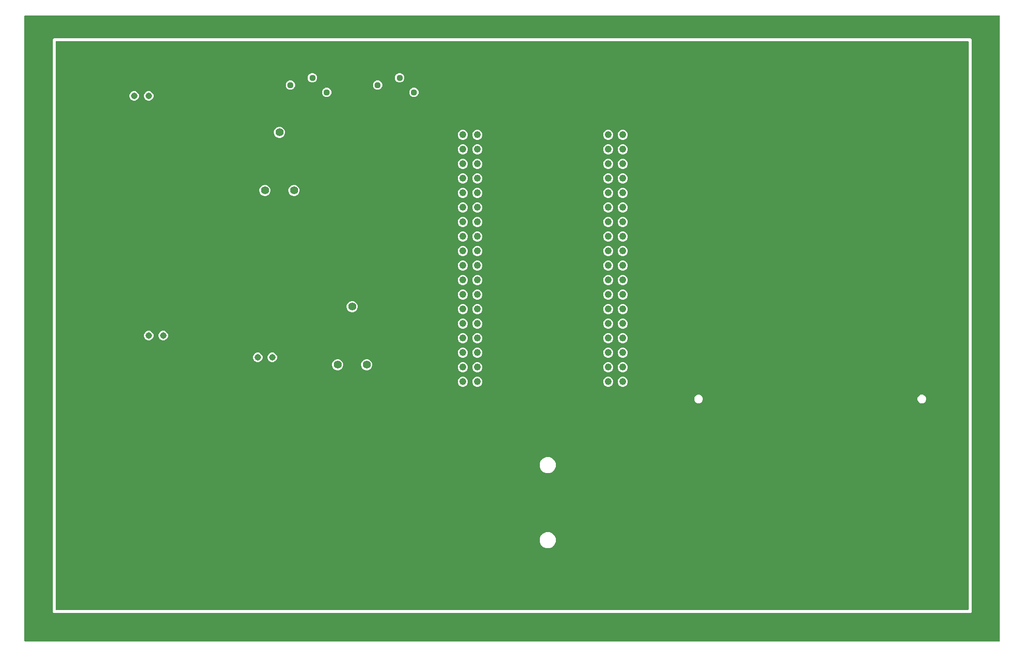
<source format=gbr>
G04 EAGLE Gerber RS-274X export*
G75*
%MOMM*%
%FSLAX34Y34*%
%LPD*%
%INCopper Layer 15*%
%IPPOS*%
%AMOC8*
5,1,8,0,0,1.08239X$1,22.5*%
G01*
%ADD10C,1.137919*%
%ADD11C,1.422400*%
%ADD12C,1.120000*%
%ADD13C,1.244600*%

G36*
X1651118Y-52054D02*
X1651118Y-52054D01*
X1651237Y-52047D01*
X1651275Y-52034D01*
X1651316Y-52029D01*
X1651426Y-51986D01*
X1651539Y-51949D01*
X1651574Y-51927D01*
X1651611Y-51912D01*
X1651707Y-51843D01*
X1651808Y-51779D01*
X1651836Y-51749D01*
X1651869Y-51726D01*
X1651945Y-51634D01*
X1652026Y-51547D01*
X1652046Y-51512D01*
X1652071Y-51481D01*
X1652122Y-51373D01*
X1652180Y-51269D01*
X1652190Y-51229D01*
X1652207Y-51193D01*
X1652229Y-51076D01*
X1652259Y-50961D01*
X1652263Y-50901D01*
X1652267Y-50881D01*
X1652265Y-50860D01*
X1652269Y-50800D01*
X1652269Y1041400D01*
X1652254Y1041518D01*
X1652247Y1041637D01*
X1652234Y1041675D01*
X1652229Y1041716D01*
X1652186Y1041826D01*
X1652149Y1041939D01*
X1652127Y1041974D01*
X1652112Y1042011D01*
X1652043Y1042107D01*
X1651979Y1042208D01*
X1651949Y1042236D01*
X1651926Y1042269D01*
X1651834Y1042345D01*
X1651747Y1042426D01*
X1651712Y1042446D01*
X1651681Y1042471D01*
X1651573Y1042522D01*
X1651469Y1042580D01*
X1651429Y1042590D01*
X1651393Y1042607D01*
X1651276Y1042629D01*
X1651161Y1042659D01*
X1651101Y1042663D01*
X1651081Y1042667D01*
X1651060Y1042665D01*
X1651000Y1042669D01*
X-50800Y1042669D01*
X-50918Y1042654D01*
X-51037Y1042647D01*
X-51075Y1042634D01*
X-51116Y1042629D01*
X-51226Y1042586D01*
X-51339Y1042549D01*
X-51374Y1042527D01*
X-51411Y1042512D01*
X-51507Y1042443D01*
X-51608Y1042379D01*
X-51636Y1042349D01*
X-51669Y1042326D01*
X-51745Y1042234D01*
X-51826Y1042147D01*
X-51846Y1042112D01*
X-51871Y1042081D01*
X-51922Y1041973D01*
X-51980Y1041869D01*
X-51990Y1041829D01*
X-52007Y1041793D01*
X-52029Y1041676D01*
X-52059Y1041561D01*
X-52063Y1041501D01*
X-52067Y1041481D01*
X-52065Y1041460D01*
X-52069Y1041400D01*
X-52069Y-50800D01*
X-52054Y-50918D01*
X-52047Y-51037D01*
X-52034Y-51075D01*
X-52029Y-51116D01*
X-51986Y-51226D01*
X-51949Y-51339D01*
X-51927Y-51374D01*
X-51912Y-51411D01*
X-51843Y-51507D01*
X-51779Y-51608D01*
X-51749Y-51636D01*
X-51726Y-51669D01*
X-51634Y-51745D01*
X-51547Y-51826D01*
X-51512Y-51846D01*
X-51481Y-51871D01*
X-51373Y-51922D01*
X-51269Y-51980D01*
X-51229Y-51990D01*
X-51193Y-52007D01*
X-51076Y-52029D01*
X-50961Y-52059D01*
X-50901Y-52063D01*
X-50881Y-52067D01*
X-50860Y-52065D01*
X-50800Y-52069D01*
X1651000Y-52069D01*
X1651118Y-52054D01*
G37*
%LPC*%
G36*
X-1052Y-2541D02*
X-1052Y-2541D01*
X-2541Y-1052D01*
X-2541Y1001052D01*
X-1052Y1002541D01*
X1601052Y1002541D01*
X1602541Y1001052D01*
X1602541Y-1052D01*
X1601052Y-2541D01*
X-1052Y-2541D01*
G37*
%LPD*%
G36*
X1596308Y2556D02*
X1596308Y2556D01*
X1596427Y2563D01*
X1596465Y2576D01*
X1596506Y2581D01*
X1596616Y2624D01*
X1596729Y2661D01*
X1596764Y2683D01*
X1596801Y2698D01*
X1596897Y2767D01*
X1596998Y2831D01*
X1597026Y2861D01*
X1597059Y2884D01*
X1597135Y2976D01*
X1597216Y3063D01*
X1597236Y3098D01*
X1597261Y3129D01*
X1597312Y3237D01*
X1597370Y3341D01*
X1597380Y3381D01*
X1597397Y3417D01*
X1597419Y3534D01*
X1597449Y3649D01*
X1597453Y3709D01*
X1597457Y3729D01*
X1597455Y3750D01*
X1597459Y3810D01*
X1597459Y996190D01*
X1597444Y996308D01*
X1597437Y996427D01*
X1597424Y996465D01*
X1597419Y996506D01*
X1597376Y996616D01*
X1597339Y996729D01*
X1597317Y996764D01*
X1597302Y996801D01*
X1597233Y996897D01*
X1597169Y996998D01*
X1597139Y997026D01*
X1597116Y997059D01*
X1597024Y997135D01*
X1596937Y997216D01*
X1596902Y997236D01*
X1596871Y997261D01*
X1596763Y997312D01*
X1596659Y997370D01*
X1596619Y997380D01*
X1596583Y997397D01*
X1596466Y997419D01*
X1596351Y997449D01*
X1596291Y997453D01*
X1596271Y997457D01*
X1596250Y997455D01*
X1596190Y997459D01*
X3810Y997459D01*
X3692Y997444D01*
X3573Y997437D01*
X3535Y997424D01*
X3494Y997419D01*
X3384Y997376D01*
X3271Y997339D01*
X3236Y997317D01*
X3199Y997302D01*
X3103Y997233D01*
X3002Y997169D01*
X2974Y997139D01*
X2941Y997116D01*
X2865Y997024D01*
X2784Y996937D01*
X2764Y996902D01*
X2739Y996871D01*
X2688Y996763D01*
X2630Y996659D01*
X2620Y996619D01*
X2603Y996583D01*
X2581Y996466D01*
X2551Y996351D01*
X2547Y996291D01*
X2543Y996271D01*
X2545Y996250D01*
X2541Y996190D01*
X2541Y3810D01*
X2556Y3692D01*
X2563Y3573D01*
X2576Y3535D01*
X2581Y3494D01*
X2624Y3384D01*
X2661Y3271D01*
X2683Y3236D01*
X2698Y3199D01*
X2767Y3103D01*
X2831Y3002D01*
X2861Y2974D01*
X2884Y2941D01*
X2976Y2865D01*
X3063Y2784D01*
X3098Y2764D01*
X3129Y2739D01*
X3237Y2688D01*
X3341Y2630D01*
X3381Y2620D01*
X3417Y2603D01*
X3534Y2581D01*
X3649Y2551D01*
X3709Y2547D01*
X3729Y2543D01*
X3750Y2545D01*
X3810Y2541D01*
X1596190Y2541D01*
X1596308Y2556D01*
G37*
%LPC*%
G36*
X859607Y242159D02*
X859607Y242159D01*
X854447Y244297D01*
X850497Y248247D01*
X848359Y253407D01*
X848359Y258993D01*
X850497Y264153D01*
X854447Y268103D01*
X859607Y270241D01*
X865193Y270241D01*
X870353Y268103D01*
X874303Y264153D01*
X876441Y258993D01*
X876441Y253407D01*
X874303Y248247D01*
X870353Y244297D01*
X865193Y242159D01*
X859607Y242159D01*
G37*
%LPD*%
%LPC*%
G36*
X859607Y110759D02*
X859607Y110759D01*
X854447Y112897D01*
X850497Y116847D01*
X848359Y122007D01*
X848359Y127593D01*
X850497Y132753D01*
X854447Y136703D01*
X859607Y138841D01*
X865193Y138841D01*
X870353Y136703D01*
X874303Y132753D01*
X876441Y127593D01*
X876441Y122007D01*
X874303Y116847D01*
X870353Y112897D01*
X865193Y110759D01*
X859607Y110759D01*
G37*
%LPD*%
%LPC*%
G36*
X391780Y828547D02*
X391780Y828547D01*
X388232Y830017D01*
X385517Y832732D01*
X384047Y836280D01*
X384047Y840120D01*
X385517Y843668D01*
X388232Y846383D01*
X391780Y847853D01*
X395620Y847853D01*
X399168Y846383D01*
X401883Y843668D01*
X403353Y840120D01*
X403353Y836280D01*
X401883Y832732D01*
X399168Y830017D01*
X395620Y828547D01*
X391780Y828547D01*
G37*
%LPD*%
%LPC*%
G36*
X493380Y422147D02*
X493380Y422147D01*
X489832Y423617D01*
X487117Y426332D01*
X485647Y429880D01*
X485647Y433720D01*
X487117Y437268D01*
X489832Y439983D01*
X493380Y441453D01*
X497220Y441453D01*
X500768Y439983D01*
X503483Y437268D01*
X504953Y433720D01*
X504953Y429880D01*
X503483Y426332D01*
X500768Y423617D01*
X497220Y422147D01*
X493380Y422147D01*
G37*
%LPD*%
%LPC*%
G36*
X366380Y726947D02*
X366380Y726947D01*
X362832Y728417D01*
X360117Y731132D01*
X358647Y734680D01*
X358647Y738520D01*
X360117Y742068D01*
X362832Y744783D01*
X366380Y746253D01*
X370220Y746253D01*
X373768Y744783D01*
X376483Y742068D01*
X377953Y738520D01*
X377953Y734680D01*
X376483Y731132D01*
X373768Y728417D01*
X370220Y726947D01*
X366380Y726947D01*
G37*
%LPD*%
%LPC*%
G36*
X417180Y726947D02*
X417180Y726947D01*
X413632Y728417D01*
X410917Y731132D01*
X409447Y734680D01*
X409447Y738520D01*
X410917Y742068D01*
X413632Y744783D01*
X417180Y746253D01*
X421020Y746253D01*
X424568Y744783D01*
X427283Y742068D01*
X428753Y738520D01*
X428753Y734680D01*
X427283Y731132D01*
X424568Y728417D01*
X421020Y726947D01*
X417180Y726947D01*
G37*
%LPD*%
%LPC*%
G36*
X544180Y422147D02*
X544180Y422147D01*
X540632Y423617D01*
X537917Y426332D01*
X536447Y429880D01*
X536447Y433720D01*
X537917Y437268D01*
X540632Y439983D01*
X544180Y441453D01*
X548020Y441453D01*
X551568Y439983D01*
X554283Y437268D01*
X555753Y433720D01*
X555753Y429880D01*
X554283Y426332D01*
X551568Y423617D01*
X548020Y422147D01*
X544180Y422147D01*
G37*
%LPD*%
%LPC*%
G36*
X518780Y523747D02*
X518780Y523747D01*
X515232Y525217D01*
X512517Y527932D01*
X511047Y531480D01*
X511047Y535320D01*
X512517Y538868D01*
X515232Y541583D01*
X518780Y543053D01*
X522620Y543053D01*
X526168Y541583D01*
X528883Y538868D01*
X530353Y535320D01*
X530353Y531480D01*
X528883Y527932D01*
X526168Y525217D01*
X522620Y523747D01*
X518780Y523747D01*
G37*
%LPD*%
%LPC*%
G36*
X991657Y393236D02*
X991657Y393236D01*
X988436Y394570D01*
X985970Y397036D01*
X984636Y400257D01*
X984636Y403743D01*
X985970Y406964D01*
X988436Y409430D01*
X991657Y410764D01*
X995143Y410764D01*
X998364Y409430D01*
X1000830Y406964D01*
X1002164Y403743D01*
X1002164Y400257D01*
X1000830Y397036D01*
X998364Y394570D01*
X995143Y393236D01*
X991657Y393236D01*
G37*
%LPD*%
%LPC*%
G36*
X966257Y393236D02*
X966257Y393236D01*
X963036Y394570D01*
X960570Y397036D01*
X959236Y400257D01*
X959236Y403743D01*
X960570Y406964D01*
X963036Y409430D01*
X966257Y410764D01*
X969743Y410764D01*
X972964Y409430D01*
X975430Y406964D01*
X976764Y403743D01*
X976764Y400257D01*
X975430Y397036D01*
X972964Y394570D01*
X969743Y393236D01*
X966257Y393236D01*
G37*
%LPD*%
%LPC*%
G36*
X737657Y393236D02*
X737657Y393236D01*
X734436Y394570D01*
X731970Y397036D01*
X730636Y400257D01*
X730636Y403743D01*
X731970Y406964D01*
X734436Y409430D01*
X737657Y410764D01*
X741143Y410764D01*
X744364Y409430D01*
X746830Y406964D01*
X748164Y403743D01*
X748164Y400257D01*
X746830Y397036D01*
X744364Y394570D01*
X741143Y393236D01*
X737657Y393236D01*
G37*
%LPD*%
%LPC*%
G36*
X712257Y393236D02*
X712257Y393236D01*
X709036Y394570D01*
X706570Y397036D01*
X705236Y400257D01*
X705236Y403743D01*
X706570Y406964D01*
X709036Y409430D01*
X712257Y410764D01*
X715743Y410764D01*
X718964Y409430D01*
X721430Y406964D01*
X722764Y403743D01*
X722764Y400257D01*
X721430Y397036D01*
X718964Y394570D01*
X715743Y393236D01*
X712257Y393236D01*
G37*
%LPD*%
%LPC*%
G36*
X966257Y825036D02*
X966257Y825036D01*
X963036Y826370D01*
X960570Y828836D01*
X959236Y832057D01*
X959236Y835543D01*
X960570Y838764D01*
X963036Y841230D01*
X966257Y842564D01*
X969743Y842564D01*
X972964Y841230D01*
X975430Y838764D01*
X976764Y835543D01*
X976764Y832057D01*
X975430Y828836D01*
X972964Y826370D01*
X969743Y825036D01*
X966257Y825036D01*
G37*
%LPD*%
%LPC*%
G36*
X737657Y825036D02*
X737657Y825036D01*
X734436Y826370D01*
X731970Y828836D01*
X730636Y832057D01*
X730636Y835543D01*
X731970Y838764D01*
X734436Y841230D01*
X737657Y842564D01*
X741143Y842564D01*
X744364Y841230D01*
X746830Y838764D01*
X748164Y835543D01*
X748164Y832057D01*
X746830Y828836D01*
X744364Y826370D01*
X741143Y825036D01*
X737657Y825036D01*
G37*
%LPD*%
%LPC*%
G36*
X712257Y825036D02*
X712257Y825036D01*
X709036Y826370D01*
X706570Y828836D01*
X705236Y832057D01*
X705236Y835543D01*
X706570Y838764D01*
X709036Y841230D01*
X712257Y842564D01*
X715743Y842564D01*
X718964Y841230D01*
X721430Y838764D01*
X722764Y835543D01*
X722764Y832057D01*
X721430Y828836D01*
X718964Y826370D01*
X715743Y825036D01*
X712257Y825036D01*
G37*
%LPD*%
%LPC*%
G36*
X991657Y799636D02*
X991657Y799636D01*
X988436Y800970D01*
X985970Y803436D01*
X984636Y806657D01*
X984636Y810143D01*
X985970Y813364D01*
X988436Y815830D01*
X991657Y817164D01*
X995143Y817164D01*
X998364Y815830D01*
X1000830Y813364D01*
X1002164Y810143D01*
X1002164Y806657D01*
X1000830Y803436D01*
X998364Y800970D01*
X995143Y799636D01*
X991657Y799636D01*
G37*
%LPD*%
%LPC*%
G36*
X966257Y799636D02*
X966257Y799636D01*
X963036Y800970D01*
X960570Y803436D01*
X959236Y806657D01*
X959236Y810143D01*
X960570Y813364D01*
X963036Y815830D01*
X966257Y817164D01*
X969743Y817164D01*
X972964Y815830D01*
X975430Y813364D01*
X976764Y810143D01*
X976764Y806657D01*
X975430Y803436D01*
X972964Y800970D01*
X969743Y799636D01*
X966257Y799636D01*
G37*
%LPD*%
%LPC*%
G36*
X737657Y799636D02*
X737657Y799636D01*
X734436Y800970D01*
X731970Y803436D01*
X730636Y806657D01*
X730636Y810143D01*
X731970Y813364D01*
X734436Y815830D01*
X737657Y817164D01*
X741143Y817164D01*
X744364Y815830D01*
X746830Y813364D01*
X748164Y810143D01*
X748164Y806657D01*
X746830Y803436D01*
X744364Y800970D01*
X741143Y799636D01*
X737657Y799636D01*
G37*
%LPD*%
%LPC*%
G36*
X712257Y799636D02*
X712257Y799636D01*
X709036Y800970D01*
X706570Y803436D01*
X705236Y806657D01*
X705236Y810143D01*
X706570Y813364D01*
X709036Y815830D01*
X712257Y817164D01*
X715743Y817164D01*
X718964Y815830D01*
X721430Y813364D01*
X722764Y810143D01*
X722764Y806657D01*
X721430Y803436D01*
X718964Y800970D01*
X715743Y799636D01*
X712257Y799636D01*
G37*
%LPD*%
%LPC*%
G36*
X991657Y774236D02*
X991657Y774236D01*
X988436Y775570D01*
X985970Y778036D01*
X984636Y781257D01*
X984636Y784743D01*
X985970Y787964D01*
X988436Y790430D01*
X991657Y791764D01*
X995143Y791764D01*
X998364Y790430D01*
X1000830Y787964D01*
X1002164Y784743D01*
X1002164Y781257D01*
X1000830Y778036D01*
X998364Y775570D01*
X995143Y774236D01*
X991657Y774236D01*
G37*
%LPD*%
%LPC*%
G36*
X966257Y774236D02*
X966257Y774236D01*
X963036Y775570D01*
X960570Y778036D01*
X959236Y781257D01*
X959236Y784743D01*
X960570Y787964D01*
X963036Y790430D01*
X966257Y791764D01*
X969743Y791764D01*
X972964Y790430D01*
X975430Y787964D01*
X976764Y784743D01*
X976764Y781257D01*
X975430Y778036D01*
X972964Y775570D01*
X969743Y774236D01*
X966257Y774236D01*
G37*
%LPD*%
%LPC*%
G36*
X737657Y774236D02*
X737657Y774236D01*
X734436Y775570D01*
X731970Y778036D01*
X730636Y781257D01*
X730636Y784743D01*
X731970Y787964D01*
X734436Y790430D01*
X737657Y791764D01*
X741143Y791764D01*
X744364Y790430D01*
X746830Y787964D01*
X748164Y784743D01*
X748164Y781257D01*
X746830Y778036D01*
X744364Y775570D01*
X741143Y774236D01*
X737657Y774236D01*
G37*
%LPD*%
%LPC*%
G36*
X712257Y774236D02*
X712257Y774236D01*
X709036Y775570D01*
X706570Y778036D01*
X705236Y781257D01*
X705236Y784743D01*
X706570Y787964D01*
X709036Y790430D01*
X712257Y791764D01*
X715743Y791764D01*
X718964Y790430D01*
X721430Y787964D01*
X722764Y784743D01*
X722764Y781257D01*
X721430Y778036D01*
X718964Y775570D01*
X715743Y774236D01*
X712257Y774236D01*
G37*
%LPD*%
%LPC*%
G36*
X991657Y748836D02*
X991657Y748836D01*
X988436Y750170D01*
X985970Y752636D01*
X984636Y755857D01*
X984636Y759343D01*
X985970Y762564D01*
X988436Y765030D01*
X991657Y766364D01*
X995143Y766364D01*
X998364Y765030D01*
X1000830Y762564D01*
X1002164Y759343D01*
X1002164Y755857D01*
X1000830Y752636D01*
X998364Y750170D01*
X995143Y748836D01*
X991657Y748836D01*
G37*
%LPD*%
%LPC*%
G36*
X966257Y748836D02*
X966257Y748836D01*
X963036Y750170D01*
X960570Y752636D01*
X959236Y755857D01*
X959236Y759343D01*
X960570Y762564D01*
X963036Y765030D01*
X966257Y766364D01*
X969743Y766364D01*
X972964Y765030D01*
X975430Y762564D01*
X976764Y759343D01*
X976764Y755857D01*
X975430Y752636D01*
X972964Y750170D01*
X969743Y748836D01*
X966257Y748836D01*
G37*
%LPD*%
%LPC*%
G36*
X737657Y748836D02*
X737657Y748836D01*
X734436Y750170D01*
X731970Y752636D01*
X730636Y755857D01*
X730636Y759343D01*
X731970Y762564D01*
X734436Y765030D01*
X737657Y766364D01*
X741143Y766364D01*
X744364Y765030D01*
X746830Y762564D01*
X748164Y759343D01*
X748164Y755857D01*
X746830Y752636D01*
X744364Y750170D01*
X741143Y748836D01*
X737657Y748836D01*
G37*
%LPD*%
%LPC*%
G36*
X712257Y748836D02*
X712257Y748836D01*
X709036Y750170D01*
X706570Y752636D01*
X705236Y755857D01*
X705236Y759343D01*
X706570Y762564D01*
X709036Y765030D01*
X712257Y766364D01*
X715743Y766364D01*
X718964Y765030D01*
X721430Y762564D01*
X722764Y759343D01*
X722764Y755857D01*
X721430Y752636D01*
X718964Y750170D01*
X715743Y748836D01*
X712257Y748836D01*
G37*
%LPD*%
%LPC*%
G36*
X991657Y723436D02*
X991657Y723436D01*
X988436Y724770D01*
X985970Y727236D01*
X984636Y730457D01*
X984636Y733943D01*
X985970Y737164D01*
X988436Y739630D01*
X991657Y740964D01*
X995143Y740964D01*
X998364Y739630D01*
X1000830Y737164D01*
X1002164Y733943D01*
X1002164Y730457D01*
X1000830Y727236D01*
X998364Y724770D01*
X995143Y723436D01*
X991657Y723436D01*
G37*
%LPD*%
%LPC*%
G36*
X966257Y723436D02*
X966257Y723436D01*
X963036Y724770D01*
X960570Y727236D01*
X959236Y730457D01*
X959236Y733943D01*
X960570Y737164D01*
X963036Y739630D01*
X966257Y740964D01*
X969743Y740964D01*
X972964Y739630D01*
X975430Y737164D01*
X976764Y733943D01*
X976764Y730457D01*
X975430Y727236D01*
X972964Y724770D01*
X969743Y723436D01*
X966257Y723436D01*
G37*
%LPD*%
%LPC*%
G36*
X737657Y723436D02*
X737657Y723436D01*
X734436Y724770D01*
X731970Y727236D01*
X730636Y730457D01*
X730636Y733943D01*
X731970Y737164D01*
X734436Y739630D01*
X737657Y740964D01*
X741143Y740964D01*
X744364Y739630D01*
X746830Y737164D01*
X748164Y733943D01*
X748164Y730457D01*
X746830Y727236D01*
X744364Y724770D01*
X741143Y723436D01*
X737657Y723436D01*
G37*
%LPD*%
%LPC*%
G36*
X712257Y723436D02*
X712257Y723436D01*
X709036Y724770D01*
X706570Y727236D01*
X705236Y730457D01*
X705236Y733943D01*
X706570Y737164D01*
X709036Y739630D01*
X712257Y740964D01*
X715743Y740964D01*
X718964Y739630D01*
X721430Y737164D01*
X722764Y733943D01*
X722764Y730457D01*
X721430Y727236D01*
X718964Y724770D01*
X715743Y723436D01*
X712257Y723436D01*
G37*
%LPD*%
%LPC*%
G36*
X991657Y698036D02*
X991657Y698036D01*
X988436Y699370D01*
X985970Y701836D01*
X984636Y705057D01*
X984636Y708543D01*
X985970Y711764D01*
X988436Y714230D01*
X991657Y715564D01*
X995143Y715564D01*
X998364Y714230D01*
X1000830Y711764D01*
X1002164Y708543D01*
X1002164Y705057D01*
X1000830Y701836D01*
X998364Y699370D01*
X995143Y698036D01*
X991657Y698036D01*
G37*
%LPD*%
%LPC*%
G36*
X966257Y698036D02*
X966257Y698036D01*
X963036Y699370D01*
X960570Y701836D01*
X959236Y705057D01*
X959236Y708543D01*
X960570Y711764D01*
X963036Y714230D01*
X966257Y715564D01*
X969743Y715564D01*
X972964Y714230D01*
X975430Y711764D01*
X976764Y708543D01*
X976764Y705057D01*
X975430Y701836D01*
X972964Y699370D01*
X969743Y698036D01*
X966257Y698036D01*
G37*
%LPD*%
%LPC*%
G36*
X737657Y698036D02*
X737657Y698036D01*
X734436Y699370D01*
X731970Y701836D01*
X730636Y705057D01*
X730636Y708543D01*
X731970Y711764D01*
X734436Y714230D01*
X737657Y715564D01*
X741143Y715564D01*
X744364Y714230D01*
X746830Y711764D01*
X748164Y708543D01*
X748164Y705057D01*
X746830Y701836D01*
X744364Y699370D01*
X741143Y698036D01*
X737657Y698036D01*
G37*
%LPD*%
%LPC*%
G36*
X712257Y698036D02*
X712257Y698036D01*
X709036Y699370D01*
X706570Y701836D01*
X705236Y705057D01*
X705236Y708543D01*
X706570Y711764D01*
X709036Y714230D01*
X712257Y715564D01*
X715743Y715564D01*
X718964Y714230D01*
X721430Y711764D01*
X722764Y708543D01*
X722764Y705057D01*
X721430Y701836D01*
X718964Y699370D01*
X715743Y698036D01*
X712257Y698036D01*
G37*
%LPD*%
%LPC*%
G36*
X991657Y672636D02*
X991657Y672636D01*
X988436Y673970D01*
X985970Y676436D01*
X984636Y679657D01*
X984636Y683143D01*
X985970Y686364D01*
X988436Y688830D01*
X991657Y690164D01*
X995143Y690164D01*
X998364Y688830D01*
X1000830Y686364D01*
X1002164Y683143D01*
X1002164Y679657D01*
X1000830Y676436D01*
X998364Y673970D01*
X995143Y672636D01*
X991657Y672636D01*
G37*
%LPD*%
%LPC*%
G36*
X966257Y672636D02*
X966257Y672636D01*
X963036Y673970D01*
X960570Y676436D01*
X959236Y679657D01*
X959236Y683143D01*
X960570Y686364D01*
X963036Y688830D01*
X966257Y690164D01*
X969743Y690164D01*
X972964Y688830D01*
X975430Y686364D01*
X976764Y683143D01*
X976764Y679657D01*
X975430Y676436D01*
X972964Y673970D01*
X969743Y672636D01*
X966257Y672636D01*
G37*
%LPD*%
%LPC*%
G36*
X737657Y672636D02*
X737657Y672636D01*
X734436Y673970D01*
X731970Y676436D01*
X730636Y679657D01*
X730636Y683143D01*
X731970Y686364D01*
X734436Y688830D01*
X737657Y690164D01*
X741143Y690164D01*
X744364Y688830D01*
X746830Y686364D01*
X748164Y683143D01*
X748164Y679657D01*
X746830Y676436D01*
X744364Y673970D01*
X741143Y672636D01*
X737657Y672636D01*
G37*
%LPD*%
%LPC*%
G36*
X712257Y672636D02*
X712257Y672636D01*
X709036Y673970D01*
X706570Y676436D01*
X705236Y679657D01*
X705236Y683143D01*
X706570Y686364D01*
X709036Y688830D01*
X712257Y690164D01*
X715743Y690164D01*
X718964Y688830D01*
X721430Y686364D01*
X722764Y683143D01*
X722764Y679657D01*
X721430Y676436D01*
X718964Y673970D01*
X715743Y672636D01*
X712257Y672636D01*
G37*
%LPD*%
%LPC*%
G36*
X991657Y647236D02*
X991657Y647236D01*
X988436Y648570D01*
X985970Y651036D01*
X984636Y654257D01*
X984636Y657743D01*
X985970Y660964D01*
X988436Y663430D01*
X991657Y664764D01*
X995143Y664764D01*
X998364Y663430D01*
X1000830Y660964D01*
X1002164Y657743D01*
X1002164Y654257D01*
X1000830Y651036D01*
X998364Y648570D01*
X995143Y647236D01*
X991657Y647236D01*
G37*
%LPD*%
%LPC*%
G36*
X966257Y647236D02*
X966257Y647236D01*
X963036Y648570D01*
X960570Y651036D01*
X959236Y654257D01*
X959236Y657743D01*
X960570Y660964D01*
X963036Y663430D01*
X966257Y664764D01*
X969743Y664764D01*
X972964Y663430D01*
X975430Y660964D01*
X976764Y657743D01*
X976764Y654257D01*
X975430Y651036D01*
X972964Y648570D01*
X969743Y647236D01*
X966257Y647236D01*
G37*
%LPD*%
%LPC*%
G36*
X737657Y647236D02*
X737657Y647236D01*
X734436Y648570D01*
X731970Y651036D01*
X730636Y654257D01*
X730636Y657743D01*
X731970Y660964D01*
X734436Y663430D01*
X737657Y664764D01*
X741143Y664764D01*
X744364Y663430D01*
X746830Y660964D01*
X748164Y657743D01*
X748164Y654257D01*
X746830Y651036D01*
X744364Y648570D01*
X741143Y647236D01*
X737657Y647236D01*
G37*
%LPD*%
%LPC*%
G36*
X712257Y647236D02*
X712257Y647236D01*
X709036Y648570D01*
X706570Y651036D01*
X705236Y654257D01*
X705236Y657743D01*
X706570Y660964D01*
X709036Y663430D01*
X712257Y664764D01*
X715743Y664764D01*
X718964Y663430D01*
X721430Y660964D01*
X722764Y657743D01*
X722764Y654257D01*
X721430Y651036D01*
X718964Y648570D01*
X715743Y647236D01*
X712257Y647236D01*
G37*
%LPD*%
%LPC*%
G36*
X991657Y621836D02*
X991657Y621836D01*
X988436Y623170D01*
X985970Y625636D01*
X984636Y628857D01*
X984636Y632343D01*
X985970Y635564D01*
X988436Y638030D01*
X991657Y639364D01*
X995143Y639364D01*
X998364Y638030D01*
X1000830Y635564D01*
X1002164Y632343D01*
X1002164Y628857D01*
X1000830Y625636D01*
X998364Y623170D01*
X995143Y621836D01*
X991657Y621836D01*
G37*
%LPD*%
%LPC*%
G36*
X966257Y621836D02*
X966257Y621836D01*
X963036Y623170D01*
X960570Y625636D01*
X959236Y628857D01*
X959236Y632343D01*
X960570Y635564D01*
X963036Y638030D01*
X966257Y639364D01*
X969743Y639364D01*
X972964Y638030D01*
X975430Y635564D01*
X976764Y632343D01*
X976764Y628857D01*
X975430Y625636D01*
X972964Y623170D01*
X969743Y621836D01*
X966257Y621836D01*
G37*
%LPD*%
%LPC*%
G36*
X991657Y825036D02*
X991657Y825036D01*
X988436Y826370D01*
X985970Y828836D01*
X984636Y832057D01*
X984636Y835543D01*
X985970Y838764D01*
X988436Y841230D01*
X991657Y842564D01*
X995143Y842564D01*
X998364Y841230D01*
X1000830Y838764D01*
X1002164Y835543D01*
X1002164Y832057D01*
X1000830Y828836D01*
X998364Y826370D01*
X995143Y825036D01*
X991657Y825036D01*
G37*
%LPD*%
%LPC*%
G36*
X712257Y621836D02*
X712257Y621836D01*
X709036Y623170D01*
X706570Y625636D01*
X705236Y628857D01*
X705236Y632343D01*
X706570Y635564D01*
X709036Y638030D01*
X712257Y639364D01*
X715743Y639364D01*
X718964Y638030D01*
X721430Y635564D01*
X722764Y632343D01*
X722764Y628857D01*
X721430Y625636D01*
X718964Y623170D01*
X715743Y621836D01*
X712257Y621836D01*
G37*
%LPD*%
%LPC*%
G36*
X991657Y596436D02*
X991657Y596436D01*
X988436Y597770D01*
X985970Y600236D01*
X984636Y603457D01*
X984636Y606943D01*
X985970Y610164D01*
X988436Y612630D01*
X991657Y613964D01*
X995143Y613964D01*
X998364Y612630D01*
X1000830Y610164D01*
X1002164Y606943D01*
X1002164Y603457D01*
X1000830Y600236D01*
X998364Y597770D01*
X995143Y596436D01*
X991657Y596436D01*
G37*
%LPD*%
%LPC*%
G36*
X966257Y596436D02*
X966257Y596436D01*
X963036Y597770D01*
X960570Y600236D01*
X959236Y603457D01*
X959236Y606943D01*
X960570Y610164D01*
X963036Y612630D01*
X966257Y613964D01*
X969743Y613964D01*
X972964Y612630D01*
X975430Y610164D01*
X976764Y606943D01*
X976764Y603457D01*
X975430Y600236D01*
X972964Y597770D01*
X969743Y596436D01*
X966257Y596436D01*
G37*
%LPD*%
%LPC*%
G36*
X737657Y596436D02*
X737657Y596436D01*
X734436Y597770D01*
X731970Y600236D01*
X730636Y603457D01*
X730636Y606943D01*
X731970Y610164D01*
X734436Y612630D01*
X737657Y613964D01*
X741143Y613964D01*
X744364Y612630D01*
X746830Y610164D01*
X748164Y606943D01*
X748164Y603457D01*
X746830Y600236D01*
X744364Y597770D01*
X741143Y596436D01*
X737657Y596436D01*
G37*
%LPD*%
%LPC*%
G36*
X712257Y596436D02*
X712257Y596436D01*
X709036Y597770D01*
X706570Y600236D01*
X705236Y603457D01*
X705236Y606943D01*
X706570Y610164D01*
X709036Y612630D01*
X712257Y613964D01*
X715743Y613964D01*
X718964Y612630D01*
X721430Y610164D01*
X722764Y606943D01*
X722764Y603457D01*
X721430Y600236D01*
X718964Y597770D01*
X715743Y596436D01*
X712257Y596436D01*
G37*
%LPD*%
%LPC*%
G36*
X991657Y571036D02*
X991657Y571036D01*
X988436Y572370D01*
X985970Y574836D01*
X984636Y578057D01*
X984636Y581543D01*
X985970Y584764D01*
X988436Y587230D01*
X991657Y588564D01*
X995143Y588564D01*
X998364Y587230D01*
X1000830Y584764D01*
X1002164Y581543D01*
X1002164Y578057D01*
X1000830Y574836D01*
X998364Y572370D01*
X995143Y571036D01*
X991657Y571036D01*
G37*
%LPD*%
%LPC*%
G36*
X966257Y571036D02*
X966257Y571036D01*
X963036Y572370D01*
X960570Y574836D01*
X959236Y578057D01*
X959236Y581543D01*
X960570Y584764D01*
X963036Y587230D01*
X966257Y588564D01*
X969743Y588564D01*
X972964Y587230D01*
X975430Y584764D01*
X976764Y581543D01*
X976764Y578057D01*
X975430Y574836D01*
X972964Y572370D01*
X969743Y571036D01*
X966257Y571036D01*
G37*
%LPD*%
%LPC*%
G36*
X737657Y571036D02*
X737657Y571036D01*
X734436Y572370D01*
X731970Y574836D01*
X730636Y578057D01*
X730636Y581543D01*
X731970Y584764D01*
X734436Y587230D01*
X737657Y588564D01*
X741143Y588564D01*
X744364Y587230D01*
X746830Y584764D01*
X748164Y581543D01*
X748164Y578057D01*
X746830Y574836D01*
X744364Y572370D01*
X741143Y571036D01*
X737657Y571036D01*
G37*
%LPD*%
%LPC*%
G36*
X712257Y571036D02*
X712257Y571036D01*
X709036Y572370D01*
X706570Y574836D01*
X705236Y578057D01*
X705236Y581543D01*
X706570Y584764D01*
X709036Y587230D01*
X712257Y588564D01*
X715743Y588564D01*
X718964Y587230D01*
X721430Y584764D01*
X722764Y581543D01*
X722764Y578057D01*
X721430Y574836D01*
X718964Y572370D01*
X715743Y571036D01*
X712257Y571036D01*
G37*
%LPD*%
%LPC*%
G36*
X966257Y545636D02*
X966257Y545636D01*
X963036Y546970D01*
X960570Y549436D01*
X959236Y552657D01*
X959236Y556143D01*
X960570Y559364D01*
X963036Y561830D01*
X966257Y563164D01*
X969743Y563164D01*
X972964Y561830D01*
X975430Y559364D01*
X976764Y556143D01*
X976764Y552657D01*
X975430Y549436D01*
X972964Y546970D01*
X969743Y545636D01*
X966257Y545636D01*
G37*
%LPD*%
%LPC*%
G36*
X737657Y545636D02*
X737657Y545636D01*
X734436Y546970D01*
X731970Y549436D01*
X730636Y552657D01*
X730636Y556143D01*
X731970Y559364D01*
X734436Y561830D01*
X737657Y563164D01*
X741143Y563164D01*
X744364Y561830D01*
X746830Y559364D01*
X748164Y556143D01*
X748164Y552657D01*
X746830Y549436D01*
X744364Y546970D01*
X741143Y545636D01*
X737657Y545636D01*
G37*
%LPD*%
%LPC*%
G36*
X991657Y545636D02*
X991657Y545636D01*
X988436Y546970D01*
X985970Y549436D01*
X984636Y552657D01*
X984636Y556143D01*
X985970Y559364D01*
X988436Y561830D01*
X991657Y563164D01*
X995143Y563164D01*
X998364Y561830D01*
X1000830Y559364D01*
X1002164Y556143D01*
X1002164Y552657D01*
X1000830Y549436D01*
X998364Y546970D01*
X995143Y545636D01*
X991657Y545636D01*
G37*
%LPD*%
%LPC*%
G36*
X712257Y545636D02*
X712257Y545636D01*
X709036Y546970D01*
X706570Y549436D01*
X705236Y552657D01*
X705236Y556143D01*
X706570Y559364D01*
X709036Y561830D01*
X712257Y563164D01*
X715743Y563164D01*
X718964Y561830D01*
X721430Y559364D01*
X722764Y556143D01*
X722764Y552657D01*
X721430Y549436D01*
X718964Y546970D01*
X715743Y545636D01*
X712257Y545636D01*
G37*
%LPD*%
%LPC*%
G36*
X991657Y520236D02*
X991657Y520236D01*
X988436Y521570D01*
X985970Y524036D01*
X984636Y527257D01*
X984636Y530743D01*
X985970Y533964D01*
X988436Y536430D01*
X991657Y537764D01*
X995143Y537764D01*
X998364Y536430D01*
X1000830Y533964D01*
X1002164Y530743D01*
X1002164Y527257D01*
X1000830Y524036D01*
X998364Y521570D01*
X995143Y520236D01*
X991657Y520236D01*
G37*
%LPD*%
%LPC*%
G36*
X966257Y520236D02*
X966257Y520236D01*
X963036Y521570D01*
X960570Y524036D01*
X959236Y527257D01*
X959236Y530743D01*
X960570Y533964D01*
X963036Y536430D01*
X966257Y537764D01*
X969743Y537764D01*
X972964Y536430D01*
X975430Y533964D01*
X976764Y530743D01*
X976764Y527257D01*
X975430Y524036D01*
X972964Y521570D01*
X969743Y520236D01*
X966257Y520236D01*
G37*
%LPD*%
%LPC*%
G36*
X737657Y520236D02*
X737657Y520236D01*
X734436Y521570D01*
X731970Y524036D01*
X730636Y527257D01*
X730636Y530743D01*
X731970Y533964D01*
X734436Y536430D01*
X737657Y537764D01*
X741143Y537764D01*
X744364Y536430D01*
X746830Y533964D01*
X748164Y530743D01*
X748164Y527257D01*
X746830Y524036D01*
X744364Y521570D01*
X741143Y520236D01*
X737657Y520236D01*
G37*
%LPD*%
%LPC*%
G36*
X712257Y520236D02*
X712257Y520236D01*
X709036Y521570D01*
X706570Y524036D01*
X705236Y527257D01*
X705236Y530743D01*
X706570Y533964D01*
X709036Y536430D01*
X712257Y537764D01*
X715743Y537764D01*
X718964Y536430D01*
X721430Y533964D01*
X722764Y530743D01*
X722764Y527257D01*
X721430Y524036D01*
X718964Y521570D01*
X715743Y520236D01*
X712257Y520236D01*
G37*
%LPD*%
%LPC*%
G36*
X991657Y494836D02*
X991657Y494836D01*
X988436Y496170D01*
X985970Y498636D01*
X984636Y501857D01*
X984636Y505343D01*
X985970Y508564D01*
X988436Y511030D01*
X991657Y512364D01*
X995143Y512364D01*
X998364Y511030D01*
X1000830Y508564D01*
X1002164Y505343D01*
X1002164Y501857D01*
X1000830Y498636D01*
X998364Y496170D01*
X995143Y494836D01*
X991657Y494836D01*
G37*
%LPD*%
%LPC*%
G36*
X966257Y494836D02*
X966257Y494836D01*
X963036Y496170D01*
X960570Y498636D01*
X959236Y501857D01*
X959236Y505343D01*
X960570Y508564D01*
X963036Y511030D01*
X966257Y512364D01*
X969743Y512364D01*
X972964Y511030D01*
X975430Y508564D01*
X976764Y505343D01*
X976764Y501857D01*
X975430Y498636D01*
X972964Y496170D01*
X969743Y494836D01*
X966257Y494836D01*
G37*
%LPD*%
%LPC*%
G36*
X737657Y494836D02*
X737657Y494836D01*
X734436Y496170D01*
X731970Y498636D01*
X730636Y501857D01*
X730636Y505343D01*
X731970Y508564D01*
X734436Y511030D01*
X737657Y512364D01*
X741143Y512364D01*
X744364Y511030D01*
X746830Y508564D01*
X748164Y505343D01*
X748164Y501857D01*
X746830Y498636D01*
X744364Y496170D01*
X741143Y494836D01*
X737657Y494836D01*
G37*
%LPD*%
%LPC*%
G36*
X712257Y494836D02*
X712257Y494836D01*
X709036Y496170D01*
X706570Y498636D01*
X705236Y501857D01*
X705236Y505343D01*
X706570Y508564D01*
X709036Y511030D01*
X712257Y512364D01*
X715743Y512364D01*
X718964Y511030D01*
X721430Y508564D01*
X722764Y505343D01*
X722764Y501857D01*
X721430Y498636D01*
X718964Y496170D01*
X715743Y494836D01*
X712257Y494836D01*
G37*
%LPD*%
%LPC*%
G36*
X991657Y469436D02*
X991657Y469436D01*
X988436Y470770D01*
X985970Y473236D01*
X984636Y476457D01*
X984636Y479943D01*
X985970Y483164D01*
X988436Y485630D01*
X991657Y486964D01*
X995143Y486964D01*
X998364Y485630D01*
X1000830Y483164D01*
X1002164Y479943D01*
X1002164Y476457D01*
X1000830Y473236D01*
X998364Y470770D01*
X995143Y469436D01*
X991657Y469436D01*
G37*
%LPD*%
%LPC*%
G36*
X966257Y469436D02*
X966257Y469436D01*
X963036Y470770D01*
X960570Y473236D01*
X959236Y476457D01*
X959236Y479943D01*
X960570Y483164D01*
X963036Y485630D01*
X966257Y486964D01*
X969743Y486964D01*
X972964Y485630D01*
X975430Y483164D01*
X976764Y479943D01*
X976764Y476457D01*
X975430Y473236D01*
X972964Y470770D01*
X969743Y469436D01*
X966257Y469436D01*
G37*
%LPD*%
%LPC*%
G36*
X737657Y469436D02*
X737657Y469436D01*
X734436Y470770D01*
X731970Y473236D01*
X730636Y476457D01*
X730636Y479943D01*
X731970Y483164D01*
X734436Y485630D01*
X737657Y486964D01*
X741143Y486964D01*
X744364Y485630D01*
X746830Y483164D01*
X748164Y479943D01*
X748164Y476457D01*
X746830Y473236D01*
X744364Y470770D01*
X741143Y469436D01*
X737657Y469436D01*
G37*
%LPD*%
%LPC*%
G36*
X712257Y469436D02*
X712257Y469436D01*
X709036Y470770D01*
X706570Y473236D01*
X705236Y476457D01*
X705236Y479943D01*
X706570Y483164D01*
X709036Y485630D01*
X712257Y486964D01*
X715743Y486964D01*
X718964Y485630D01*
X721430Y483164D01*
X722764Y479943D01*
X722764Y476457D01*
X721430Y473236D01*
X718964Y470770D01*
X715743Y469436D01*
X712257Y469436D01*
G37*
%LPD*%
%LPC*%
G36*
X991657Y444036D02*
X991657Y444036D01*
X988436Y445370D01*
X985970Y447836D01*
X984636Y451057D01*
X984636Y454543D01*
X985970Y457764D01*
X988436Y460230D01*
X991657Y461564D01*
X995143Y461564D01*
X998364Y460230D01*
X1000830Y457764D01*
X1002164Y454543D01*
X1002164Y451057D01*
X1000830Y447836D01*
X998364Y445370D01*
X995143Y444036D01*
X991657Y444036D01*
G37*
%LPD*%
%LPC*%
G36*
X966257Y444036D02*
X966257Y444036D01*
X963036Y445370D01*
X960570Y447836D01*
X959236Y451057D01*
X959236Y454543D01*
X960570Y457764D01*
X963036Y460230D01*
X966257Y461564D01*
X969743Y461564D01*
X972964Y460230D01*
X975430Y457764D01*
X976764Y454543D01*
X976764Y451057D01*
X975430Y447836D01*
X972964Y445370D01*
X969743Y444036D01*
X966257Y444036D01*
G37*
%LPD*%
%LPC*%
G36*
X737657Y444036D02*
X737657Y444036D01*
X734436Y445370D01*
X731970Y447836D01*
X730636Y451057D01*
X730636Y454543D01*
X731970Y457764D01*
X734436Y460230D01*
X737657Y461564D01*
X741143Y461564D01*
X744364Y460230D01*
X746830Y457764D01*
X748164Y454543D01*
X748164Y451057D01*
X746830Y447836D01*
X744364Y445370D01*
X741143Y444036D01*
X737657Y444036D01*
G37*
%LPD*%
%LPC*%
G36*
X712257Y444036D02*
X712257Y444036D01*
X709036Y445370D01*
X706570Y447836D01*
X705236Y451057D01*
X705236Y454543D01*
X706570Y457764D01*
X709036Y460230D01*
X712257Y461564D01*
X715743Y461564D01*
X718964Y460230D01*
X721430Y457764D01*
X722764Y454543D01*
X722764Y451057D01*
X721430Y447836D01*
X718964Y445370D01*
X715743Y444036D01*
X712257Y444036D01*
G37*
%LPD*%
%LPC*%
G36*
X737657Y621836D02*
X737657Y621836D01*
X734436Y623170D01*
X731970Y625636D01*
X730636Y628857D01*
X730636Y632343D01*
X731970Y635564D01*
X734436Y638030D01*
X737657Y639364D01*
X741143Y639364D01*
X744364Y638030D01*
X746830Y635564D01*
X748164Y632343D01*
X748164Y628857D01*
X746830Y625636D01*
X744364Y623170D01*
X741143Y621836D01*
X737657Y621836D01*
G37*
%LPD*%
%LPC*%
G36*
X991657Y418636D02*
X991657Y418636D01*
X988436Y419970D01*
X985970Y422436D01*
X984636Y425657D01*
X984636Y429143D01*
X985970Y432364D01*
X988436Y434830D01*
X991657Y436164D01*
X995143Y436164D01*
X998364Y434830D01*
X1000830Y432364D01*
X1002164Y429143D01*
X1002164Y425657D01*
X1000830Y422436D01*
X998364Y419970D01*
X995143Y418636D01*
X991657Y418636D01*
G37*
%LPD*%
%LPC*%
G36*
X966257Y418636D02*
X966257Y418636D01*
X963036Y419970D01*
X960570Y422436D01*
X959236Y425657D01*
X959236Y429143D01*
X960570Y432364D01*
X963036Y434830D01*
X966257Y436164D01*
X969743Y436164D01*
X972964Y434830D01*
X975430Y432364D01*
X976764Y429143D01*
X976764Y425657D01*
X975430Y422436D01*
X972964Y419970D01*
X969743Y418636D01*
X966257Y418636D01*
G37*
%LPD*%
%LPC*%
G36*
X737657Y418636D02*
X737657Y418636D01*
X734436Y419970D01*
X731970Y422436D01*
X730636Y425657D01*
X730636Y429143D01*
X731970Y432364D01*
X734436Y434830D01*
X737657Y436164D01*
X741143Y436164D01*
X744364Y434830D01*
X746830Y432364D01*
X748164Y429143D01*
X748164Y425657D01*
X746830Y422436D01*
X744364Y419970D01*
X741143Y418636D01*
X737657Y418636D01*
G37*
%LPD*%
%LPC*%
G36*
X712257Y418636D02*
X712257Y418636D01*
X709036Y419970D01*
X706570Y422436D01*
X705236Y425657D01*
X705236Y429143D01*
X706570Y432364D01*
X709036Y434830D01*
X712257Y436164D01*
X715743Y436164D01*
X718964Y434830D01*
X721430Y432364D01*
X722764Y429143D01*
X722764Y425657D01*
X721430Y422436D01*
X718964Y419970D01*
X715743Y418636D01*
X712257Y418636D01*
G37*
%LPD*%
%LPC*%
G36*
X379363Y436270D02*
X379363Y436270D01*
X376338Y437523D01*
X374023Y439838D01*
X372770Y442863D01*
X372770Y446137D01*
X374023Y449162D01*
X376338Y451477D01*
X379363Y452730D01*
X382637Y452730D01*
X385662Y451477D01*
X387977Y449162D01*
X389230Y446137D01*
X389230Y442863D01*
X387977Y439838D01*
X385662Y437523D01*
X382637Y436270D01*
X379363Y436270D01*
G37*
%LPD*%
%LPC*%
G36*
X353963Y436270D02*
X353963Y436270D01*
X350938Y437523D01*
X348623Y439838D01*
X347370Y442863D01*
X347370Y446137D01*
X348623Y449162D01*
X350938Y451477D01*
X353963Y452730D01*
X357237Y452730D01*
X360262Y451477D01*
X362577Y449162D01*
X363830Y446137D01*
X363830Y442863D01*
X362577Y439838D01*
X360262Y437523D01*
X357237Y436270D01*
X353963Y436270D01*
G37*
%LPD*%
%LPC*%
G36*
X163463Y893470D02*
X163463Y893470D01*
X160438Y894723D01*
X158123Y897038D01*
X156870Y900063D01*
X156870Y903337D01*
X158123Y906362D01*
X160438Y908677D01*
X163463Y909930D01*
X166737Y909930D01*
X169762Y908677D01*
X172077Y906362D01*
X173330Y903337D01*
X173330Y900063D01*
X172077Y897038D01*
X169762Y894723D01*
X166737Y893470D01*
X163463Y893470D01*
G37*
%LPD*%
%LPC*%
G36*
X138063Y893470D02*
X138063Y893470D01*
X135038Y894723D01*
X132723Y897038D01*
X131470Y900063D01*
X131470Y903337D01*
X132723Y906362D01*
X135038Y908677D01*
X138063Y909930D01*
X141337Y909930D01*
X144362Y908677D01*
X146677Y906362D01*
X147930Y903337D01*
X147930Y900063D01*
X146677Y897038D01*
X144362Y894723D01*
X141337Y893470D01*
X138063Y893470D01*
G37*
%LPD*%
%LPC*%
G36*
X188863Y474370D02*
X188863Y474370D01*
X185838Y475623D01*
X183523Y477938D01*
X182270Y480963D01*
X182270Y484237D01*
X183523Y487262D01*
X185838Y489577D01*
X188863Y490830D01*
X192137Y490830D01*
X195162Y489577D01*
X197477Y487262D01*
X198730Y484237D01*
X198730Y480963D01*
X197477Y477938D01*
X195162Y475623D01*
X192137Y474370D01*
X188863Y474370D01*
G37*
%LPD*%
%LPC*%
G36*
X163463Y474370D02*
X163463Y474370D01*
X160438Y475623D01*
X158123Y477938D01*
X156870Y480963D01*
X156870Y484237D01*
X158123Y487262D01*
X160438Y489577D01*
X163463Y490830D01*
X166737Y490830D01*
X169762Y489577D01*
X172077Y487262D01*
X173330Y484237D01*
X173330Y480963D01*
X172077Y477938D01*
X169762Y475623D01*
X166737Y474370D01*
X163463Y474370D01*
G37*
%LPD*%
%LPC*%
G36*
X601781Y925259D02*
X601781Y925259D01*
X598789Y926499D01*
X596499Y928789D01*
X595259Y931781D01*
X595259Y935019D01*
X596499Y938011D01*
X598789Y940301D01*
X601781Y941541D01*
X605019Y941541D01*
X608011Y940301D01*
X610301Y938011D01*
X611541Y935019D01*
X611541Y931781D01*
X610301Y928789D01*
X608011Y926499D01*
X605019Y925259D01*
X601781Y925259D01*
G37*
%LPD*%
%LPC*%
G36*
X449381Y925259D02*
X449381Y925259D01*
X446389Y926499D01*
X444099Y928789D01*
X442859Y931781D01*
X442859Y935019D01*
X444099Y938011D01*
X446389Y940301D01*
X449381Y941541D01*
X452619Y941541D01*
X455611Y940301D01*
X457901Y938011D01*
X459141Y935019D01*
X459141Y931781D01*
X457901Y928789D01*
X455611Y926499D01*
X452619Y925259D01*
X449381Y925259D01*
G37*
%LPD*%
%LPC*%
G36*
X563531Y912609D02*
X563531Y912609D01*
X560539Y913849D01*
X558249Y916139D01*
X557009Y919131D01*
X557009Y922369D01*
X558249Y925361D01*
X560539Y927651D01*
X563531Y928891D01*
X566769Y928891D01*
X569761Y927651D01*
X572051Y925361D01*
X573291Y922369D01*
X573291Y919131D01*
X572051Y916139D01*
X569761Y913849D01*
X566769Y912609D01*
X563531Y912609D01*
G37*
%LPD*%
%LPC*%
G36*
X411131Y912609D02*
X411131Y912609D01*
X408139Y913849D01*
X405849Y916139D01*
X404609Y919131D01*
X404609Y922369D01*
X405849Y925361D01*
X408139Y927651D01*
X411131Y928891D01*
X414369Y928891D01*
X417361Y927651D01*
X419651Y925361D01*
X420891Y922369D01*
X420891Y919131D01*
X419651Y916139D01*
X417361Y913849D01*
X414369Y912609D01*
X411131Y912609D01*
G37*
%LPD*%
%LPC*%
G36*
X474631Y899909D02*
X474631Y899909D01*
X471639Y901149D01*
X469349Y903439D01*
X468109Y906431D01*
X468109Y909669D01*
X469349Y912661D01*
X471639Y914951D01*
X474631Y916191D01*
X477869Y916191D01*
X480861Y914951D01*
X483151Y912661D01*
X484391Y909669D01*
X484391Y906431D01*
X483151Y903439D01*
X480861Y901149D01*
X477869Y899909D01*
X474631Y899909D01*
G37*
%LPD*%
%LPC*%
G36*
X627031Y899909D02*
X627031Y899909D01*
X624039Y901149D01*
X621749Y903439D01*
X620509Y906431D01*
X620509Y909669D01*
X621749Y912661D01*
X624039Y914951D01*
X627031Y916191D01*
X630269Y916191D01*
X633261Y914951D01*
X635551Y912661D01*
X636791Y909669D01*
X636791Y906431D01*
X635551Y903439D01*
X633261Y901149D01*
X630269Y899909D01*
X627031Y899909D01*
G37*
%LPD*%
%LPC*%
G36*
X1514300Y364059D02*
X1514300Y364059D01*
X1511529Y365207D01*
X1509407Y367329D01*
X1508259Y370100D01*
X1508259Y373100D01*
X1509407Y375871D01*
X1511529Y377993D01*
X1514300Y379141D01*
X1517300Y379141D01*
X1520071Y377993D01*
X1522193Y375871D01*
X1523341Y373100D01*
X1523341Y370100D01*
X1522193Y367329D01*
X1520071Y365207D01*
X1517300Y364059D01*
X1514300Y364059D01*
G37*
%LPD*%
%LPC*%
G36*
X1124300Y364059D02*
X1124300Y364059D01*
X1121529Y365207D01*
X1119407Y367329D01*
X1118259Y370100D01*
X1118259Y373100D01*
X1119407Y375871D01*
X1121529Y377993D01*
X1124300Y379141D01*
X1127300Y379141D01*
X1130071Y377993D01*
X1132193Y375871D01*
X1133341Y373100D01*
X1133341Y370100D01*
X1132193Y367329D01*
X1130071Y365207D01*
X1127300Y364059D01*
X1124300Y364059D01*
G37*
%LPD*%
D10*
X139700Y901700D03*
X165100Y901700D03*
X165100Y482600D03*
X190500Y482600D03*
X355600Y444500D03*
X381000Y444500D03*
D11*
X495300Y431800D03*
X546100Y431800D03*
X520700Y533400D03*
X368300Y736600D03*
X419100Y736600D03*
X393700Y838200D03*
D12*
X603400Y933400D03*
X565150Y920750D03*
X628650Y908050D03*
X451000Y933400D03*
X412750Y920750D03*
X476250Y908050D03*
D13*
X993400Y402000D03*
X968000Y402000D03*
X993400Y427400D03*
X968000Y427400D03*
X993400Y452800D03*
X968000Y452800D03*
X993400Y478200D03*
X968000Y478200D03*
X993400Y503600D03*
X968000Y503600D03*
X993400Y529000D03*
X968000Y529000D03*
X993400Y554400D03*
X968000Y554400D03*
X993400Y579800D03*
X968000Y579800D03*
X993400Y605200D03*
X968000Y605200D03*
X993400Y630600D03*
X968000Y630600D03*
X993400Y656000D03*
X968000Y656000D03*
X993400Y681400D03*
X968000Y681400D03*
X993400Y706800D03*
X968000Y706800D03*
X993400Y732200D03*
X968000Y732200D03*
X993400Y757600D03*
X968000Y757600D03*
X993400Y783000D03*
X968000Y783000D03*
X993400Y808400D03*
X968000Y808400D03*
X993400Y833800D03*
X968000Y833800D03*
X739400Y402000D03*
X714000Y402000D03*
X739400Y427400D03*
X714000Y427400D03*
X739400Y452800D03*
X714000Y452800D03*
X739400Y478200D03*
X714000Y478200D03*
X739400Y503600D03*
X714000Y503600D03*
X739400Y529000D03*
X714000Y529000D03*
X739400Y554400D03*
X714000Y554400D03*
X739400Y579800D03*
X714000Y579800D03*
X739400Y605200D03*
X714000Y605200D03*
X739400Y630600D03*
X714000Y630600D03*
X739400Y656000D03*
X714000Y656000D03*
X739400Y681400D03*
X714000Y681400D03*
X739400Y706800D03*
X714000Y706800D03*
X739400Y732200D03*
X714000Y732200D03*
X739400Y757600D03*
X714000Y757600D03*
X739400Y783000D03*
X714000Y783000D03*
X739400Y808400D03*
X714000Y808400D03*
X739400Y833800D03*
X714000Y833800D03*
M02*

</source>
